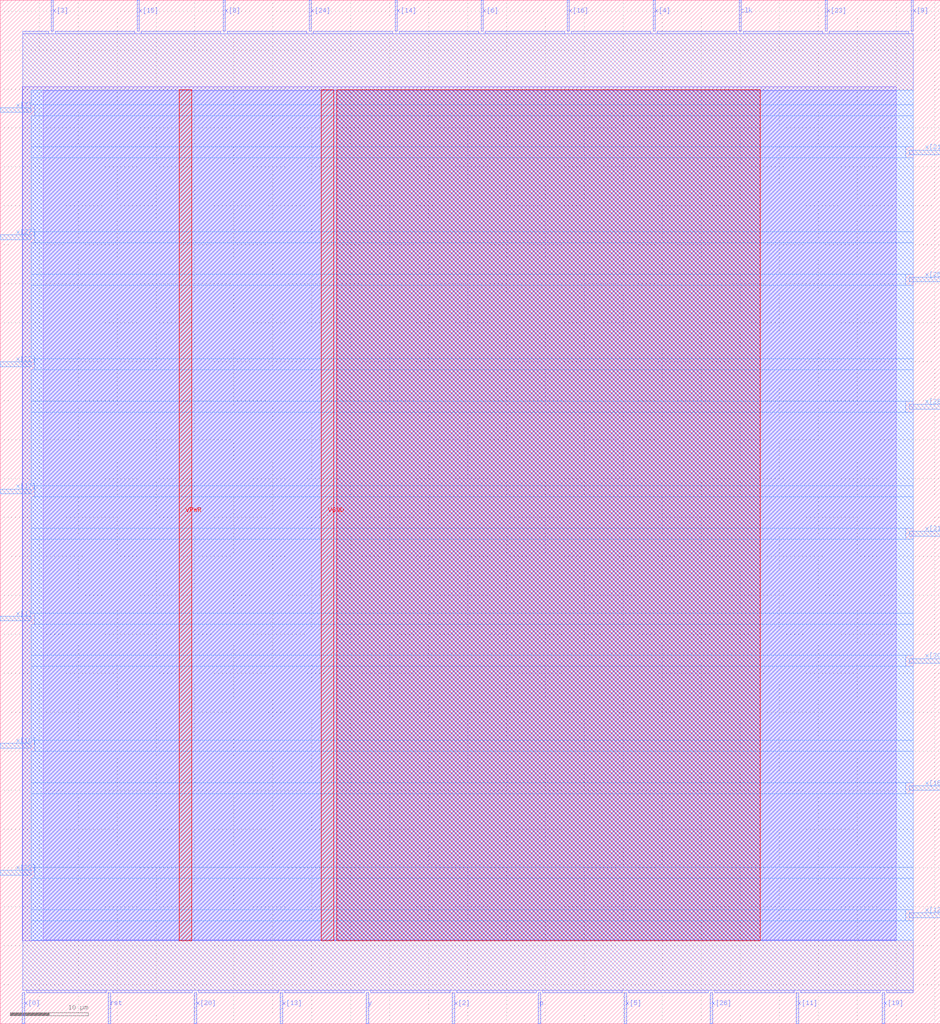
<source format=lef>
VERSION 5.7 ;
  NOWIREEXTENSIONATPIN ON ;
  DIVIDERCHAR "/" ;
  BUSBITCHARS "[]" ;
MACRO spm
  CLASS BLOCK ;
  FOREIGN spm ;
  ORIGIN 0.000 0.000 ;
  SIZE 120.680 BY 131.400 ;
  PIN clk
    DIRECTION INPUT ;
    PORT
      LAYER met2 ;
        RECT 94.850 127.400 95.130 131.400 ;
    END
  END clk
  PIN p
    DIRECTION OUTPUT TRISTATE ;
    PORT
      LAYER met2 ;
        RECT 69.090 0.000 69.370 4.000 ;
    END
  END p
  PIN rst
    DIRECTION INPUT ;
    PORT
      LAYER met2 ;
        RECT 13.890 0.000 14.170 4.000 ;
    END
  END rst
  PIN x[0]
    DIRECTION INPUT ;
    PORT
      LAYER met2 ;
        RECT 2.850 0.000 3.130 4.000 ;
    END
  END x[0]
  PIN x[10]
    DIRECTION INPUT ;
    PORT
      LAYER met3 ;
        RECT 0.000 35.400 4.000 36.000 ;
    END
  END x[10]
  PIN x[11]
    DIRECTION INPUT ;
    PORT
      LAYER met2 ;
        RECT 102.210 0.000 102.490 4.000 ;
    END
  END x[11]
  PIN x[12]
    DIRECTION INPUT ;
    PORT
      LAYER met3 ;
        RECT 116.680 13.640 120.680 14.240 ;
    END
  END x[12]
  PIN x[13]
    DIRECTION INPUT ;
    PORT
      LAYER met2 ;
        RECT 35.970 0.000 36.250 4.000 ;
    END
  END x[13]
  PIN x[14]
    DIRECTION INPUT ;
    PORT
      LAYER met2 ;
        RECT 50.690 127.400 50.970 131.400 ;
    END
  END x[14]
  PIN x[15]
    DIRECTION INPUT ;
    PORT
      LAYER met2 ;
        RECT 17.570 127.400 17.850 131.400 ;
    END
  END x[15]
  PIN x[16]
    DIRECTION INPUT ;
    PORT
      LAYER met2 ;
        RECT 72.770 127.400 73.050 131.400 ;
    END
  END x[16]
  PIN x[17]
    DIRECTION INPUT ;
    PORT
      LAYER met3 ;
        RECT 0.000 68.040 4.000 68.640 ;
    END
  END x[17]
  PIN x[18]
    DIRECTION INPUT ;
    PORT
      LAYER met3 ;
        RECT 116.680 29.960 120.680 30.560 ;
    END
  END x[18]
  PIN x[19]
    DIRECTION INPUT ;
    PORT
      LAYER met2 ;
        RECT 113.250 0.000 113.530 4.000 ;
    END
  END x[19]
  PIN x[1]
    DIRECTION INPUT ;
    PORT
      LAYER met3 ;
        RECT 0.000 51.720 4.000 52.320 ;
    END
  END x[1]
  PIN x[20]
    DIRECTION INPUT ;
    PORT
      LAYER met2 ;
        RECT 24.930 0.000 25.210 4.000 ;
    END
  END x[20]
  PIN x[21]
    DIRECTION INPUT ;
    PORT
      LAYER met3 ;
        RECT 116.680 111.560 120.680 112.160 ;
    END
  END x[21]
  PIN x[22]
    DIRECTION INPUT ;
    PORT
      LAYER met3 ;
        RECT 0.000 84.360 4.000 84.960 ;
    END
  END x[22]
  PIN x[23]
    DIRECTION INPUT ;
    PORT
      LAYER met2 ;
        RECT 105.890 127.400 106.170 131.400 ;
    END
  END x[23]
  PIN x[24]
    DIRECTION INPUT ;
    PORT
      LAYER met2 ;
        RECT 39.650 127.400 39.930 131.400 ;
    END
  END x[24]
  PIN x[25]
    DIRECTION INPUT ;
    PORT
      LAYER met3 ;
        RECT 116.680 95.240 120.680 95.840 ;
    END
  END x[25]
  PIN x[26]
    DIRECTION INPUT ;
    PORT
      LAYER met2 ;
        RECT 91.170 0.000 91.450 4.000 ;
    END
  END x[26]
  PIN x[27]
    DIRECTION INPUT ;
    PORT
      LAYER met3 ;
        RECT 0.000 100.680 4.000 101.280 ;
    END
  END x[27]
  PIN x[28]
    DIRECTION INPUT ;
    PORT
      LAYER met3 ;
        RECT 116.680 78.920 120.680 79.520 ;
    END
  END x[28]
  PIN x[29]
    DIRECTION INPUT ;
    PORT
      LAYER met3 ;
        RECT 0.000 19.080 4.000 19.680 ;
    END
  END x[29]
  PIN x[2]
    DIRECTION INPUT ;
    PORT
      LAYER met2 ;
        RECT 58.050 0.000 58.330 4.000 ;
    END
  END x[2]
  PIN x[30]
    DIRECTION INPUT ;
    PORT
      LAYER met3 ;
        RECT 116.680 46.280 120.680 46.880 ;
    END
  END x[30]
  PIN x[31]
    DIRECTION INPUT ;
    PORT
      LAYER met3 ;
        RECT 116.680 62.600 120.680 63.200 ;
    END
  END x[31]
  PIN x[3]
    DIRECTION INPUT ;
    PORT
      LAYER met2 ;
        RECT 6.530 127.400 6.810 131.400 ;
    END
  END x[3]
  PIN x[4]
    DIRECTION INPUT ;
    PORT
      LAYER met2 ;
        RECT 83.810 127.400 84.090 131.400 ;
    END
  END x[4]
  PIN x[5]
    DIRECTION INPUT ;
    PORT
      LAYER met2 ;
        RECT 80.130 0.000 80.410 4.000 ;
    END
  END x[5]
  PIN x[6]
    DIRECTION INPUT ;
    PORT
      LAYER met2 ;
        RECT 61.730 127.400 62.010 131.400 ;
    END
  END x[6]
  PIN x[7]
    DIRECTION INPUT ;
    PORT
      LAYER met3 ;
        RECT 0.000 117.000 4.000 117.600 ;
    END
  END x[7]
  PIN x[8]
    DIRECTION INPUT ;
    PORT
      LAYER met2 ;
        RECT 28.610 127.400 28.890 131.400 ;
    END
  END x[8]
  PIN x[9]
    DIRECTION INPUT ;
    PORT
      LAYER met2 ;
        RECT 116.930 127.400 117.210 131.400 ;
    END
  END x[9]
  PIN y
    DIRECTION INPUT ;
    PORT
      LAYER met2 ;
        RECT 47.010 0.000 47.290 4.000 ;
    END
  END y
  PIN VPWR
    DIRECTION INPUT ;
    USE POWER ;
    PORT
      LAYER met4 ;
        RECT 22.965 10.640 24.565 119.920 ;
    END
  END VPWR
  PIN VGND
    DIRECTION INPUT ;
    USE GROUND ;
    PORT
      LAYER met4 ;
        RECT 41.215 10.640 42.815 119.920 ;
    END
  END VGND
  OBS
      LAYER li1 ;
        RECT 5.520 10.795 115.000 119.765 ;
      LAYER met1 ;
        RECT 2.830 10.640 115.000 120.320 ;
      LAYER met2 ;
        RECT 2.860 127.120 6.250 127.400 ;
        RECT 7.090 127.120 17.290 127.400 ;
        RECT 18.130 127.120 28.330 127.400 ;
        RECT 29.170 127.120 39.370 127.400 ;
        RECT 40.210 127.120 50.410 127.400 ;
        RECT 51.250 127.120 61.450 127.400 ;
        RECT 62.290 127.120 72.490 127.400 ;
        RECT 73.330 127.120 83.530 127.400 ;
        RECT 84.370 127.120 94.570 127.400 ;
        RECT 95.410 127.120 105.610 127.400 ;
        RECT 106.450 127.120 116.650 127.400 ;
        RECT 2.860 4.280 117.210 127.120 ;
        RECT 3.410 4.000 13.610 4.280 ;
        RECT 14.450 4.000 24.650 4.280 ;
        RECT 25.490 4.000 35.690 4.280 ;
        RECT 36.530 4.000 46.730 4.280 ;
        RECT 47.570 4.000 57.770 4.280 ;
        RECT 58.610 4.000 68.810 4.280 ;
        RECT 69.650 4.000 79.850 4.280 ;
        RECT 80.690 4.000 90.890 4.280 ;
        RECT 91.730 4.000 101.930 4.280 ;
        RECT 102.770 4.000 112.970 4.280 ;
        RECT 113.810 4.000 117.210 4.280 ;
      LAYER met3 ;
        RECT 4.000 118.000 117.235 119.845 ;
        RECT 4.400 116.600 117.235 118.000 ;
        RECT 4.000 112.560 117.235 116.600 ;
        RECT 4.000 111.160 116.280 112.560 ;
        RECT 4.000 101.680 117.235 111.160 ;
        RECT 4.400 100.280 117.235 101.680 ;
        RECT 4.000 96.240 117.235 100.280 ;
        RECT 4.000 94.840 116.280 96.240 ;
        RECT 4.000 85.360 117.235 94.840 ;
        RECT 4.400 83.960 117.235 85.360 ;
        RECT 4.000 79.920 117.235 83.960 ;
        RECT 4.000 78.520 116.280 79.920 ;
        RECT 4.000 69.040 117.235 78.520 ;
        RECT 4.400 67.640 117.235 69.040 ;
        RECT 4.000 63.600 117.235 67.640 ;
        RECT 4.000 62.200 116.280 63.600 ;
        RECT 4.000 52.720 117.235 62.200 ;
        RECT 4.400 51.320 117.235 52.720 ;
        RECT 4.000 47.280 117.235 51.320 ;
        RECT 4.000 45.880 116.280 47.280 ;
        RECT 4.000 36.400 117.235 45.880 ;
        RECT 4.400 35.000 117.235 36.400 ;
        RECT 4.000 30.960 117.235 35.000 ;
        RECT 4.000 29.560 116.280 30.960 ;
        RECT 4.000 20.080 117.235 29.560 ;
        RECT 4.400 18.680 117.235 20.080 ;
        RECT 4.000 14.640 117.235 18.680 ;
        RECT 4.000 13.240 116.280 14.640 ;
        RECT 4.000 10.715 117.235 13.240 ;
      LAYER met4 ;
        RECT 43.215 10.640 97.550 119.920 ;
  END
END spm
END LIBRARY


</source>
